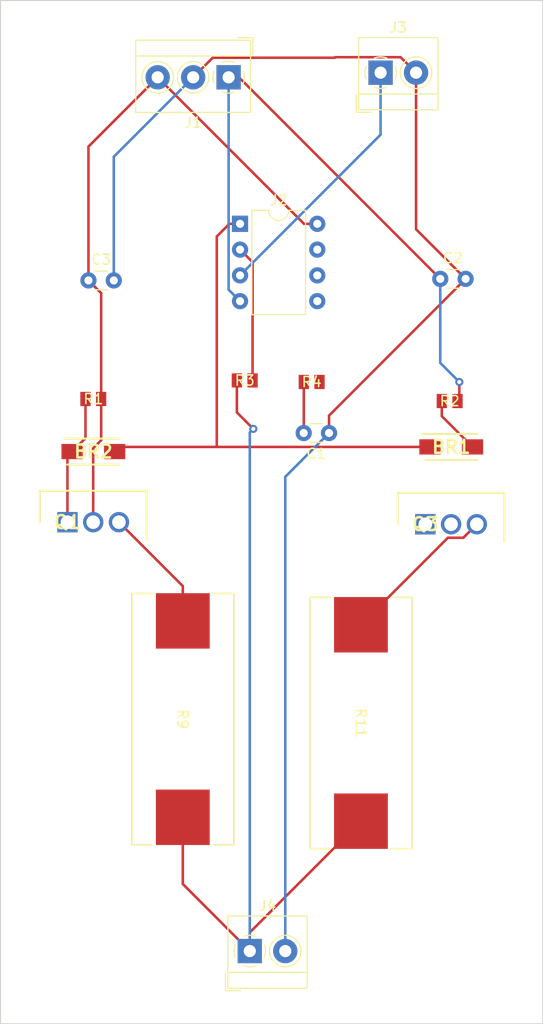
<source format=kicad_pcb>
(kicad_pcb (version 20221018) (generator pcbnew)
  (layers (0 "F.Cu" signal) (31 "B.Cu" signal) (34 "B.Paste" user) (35 "F.Paste" user) (36 "B.SilkS" user "B.Silkscreen") (37 "F.SilkS" user "F.Silkscreen") (38 "B.Mask" user) (39 "F.Mask" user) (44 "Edge.Cuts" user))
  (net 0 "")
  (net 1 "/1-Out")
  (net 2 "Net-(BR1-A)")
  (net 3 "Net-(BR2-K)")
  (net 4 "/GND")
  (net 5 "Net-(C1-Pad2)")
  (net 6 "/-12V")
  (net 7 "/+12V")
  (net 8 "Net-(J2-Pin_2)")
  (net 9 "/AudIn")
  (net 13 "Net-(J4-Pin_1)")
  (net 14 "Net-(Q1-E)")
  (net 15 "Net-(Q3-E)")
  (footprint "Package_DIP:DIP-8_W7.62mm" (layer "F.Cu") (at 151.0384 70.7744)
    (fp_text reference "J2" (at 3.81 -2.33) (layer "F.SilkS"))
    (fp_text value "5532 Socket")
    (fp_line (start 1.16 -1.33) (end 1.16 8.95) (stroke (width 0.12)) (layer "F.SilkS"))
    (fp_line (start 1.16 8.95) (end 6.46 8.95) (stroke (width 0.12)) (layer "F.SilkS"))
    (fp_line (start 2.81 -1.33) (end 1.16 -1.33) (stroke (width 0.12)) (layer "F.SilkS"))
    (fp_line (start 6.46 -1.33) (end 4.81 -1.33) (stroke (width 0.12)) (layer "F.SilkS"))
    (fp_line (start 6.46 8.95) (end 6.46 -1.33) (stroke (width 0.12)) (layer "F.SilkS"))
    (fp_arc (start 4.81 -1.33) (mid 3.81 -0.33) (end 2.81 -1.33) (stroke (width 0.12)) (layer "F.SilkS"))
    (pad "1" thru_hole rect (at 0 0) (size 1.6 1.6) (drill 0.8) (layers "*.Cu" "*.Mask") (net 1 "/1-Out"))
    (pad "2" thru_hole oval (at 0 2.54) (size 1.6 1.6) (drill 0.8) (layers "*.Cu" "*.Mask") (net 8 "Net-(J2-Pin_2)"))
    (pad "3" thru_hole oval (at 0 5.08) (size 1.6 1.6) (drill 0.8) (layers "*.Cu" "*.Mask") (net 9 "/AudIn"))
    (pad "4" thru_hole oval (at 0 7.62) (size 1.6 1.6) (drill 0.8) (layers "*.Cu" "*.Mask") (net 6 "/-12V"))
    (pad "5" thru_hole oval (at 7.62 7.62) (size 1.6 1.6) (drill 0.8) (layers "*.Cu" "*.Mask"))
    (pad "6" thru_hole oval (at 7.62 5.08) (size 1.6 1.6) (drill 0.8) (layers "*.Cu" "*.Mask"))
    (pad "7" thru_hole oval (at 7.62 2.54) (size 1.6 1.6) (drill 0.8) (layers "*.Cu" "*.Mask"))
    (pad "8" thru_hole oval (at 7.62 0) (size 1.6 1.6) (drill 0.8) (layers "*.Cu" "*.Mask") (net 7 "/+12V"))
  )
  (footprint "Project:7W Resistor" (layer "F.Cu") (at 145.3896 119.5832 -90)
    (fp_text reference "R9" (at 0 0 -90 unlocked) (layer "F.SilkS"))
    (fp_text value "3Ω")
    (fp_line (start -12.3825 -5.0292) (end -12.3825 -2.98704) (stroke (width 0.1524)) (layer "F.SilkS"))
    (fp_line (start -12.3825 2.98704) (end -12.3825 5.0292) (stroke (width 0.1524)) (layer "F.SilkS"))
    (fp_line (start -12.3825 5.0292) (end 12.3825 5.0292) (stroke (width 0.1524)) (layer "F.SilkS"))
    (fp_line (start 12.3825 -5.0292) (end -12.3825 -5.0292) (stroke (width 0.1524)) (layer "F.SilkS"))
    (fp_line (start 12.3825 -2.98704) (end 12.3825 -5.0292) (stroke (width 0.1524)) (layer "F.SilkS"))
    (fp_line (start 12.3825 5.0292) (end 12.3825 2.98704) (stroke (width 0.1524)) (layer "F.SilkS"))
    (pad "1" smd rect (at -9.6774 0) (size 5.3086 5.461) (layers "F.Cu" "F.Paste" "F.Mask") (net 14 "Net-(Q1-E)"))
    (pad "2" smd rect (at 9.6774 0) (size 5.3086 5.461) (layers "F.Cu" "F.Paste" "F.Mask") (net 13 "Net-(J4-Pin_1)"))
  )
  (footprint "Capacitor_THT:C_Disc_D3.0mm_W1.6mm_P2.50mm" (layer "F.Cu") (at 136.0824 76.3524)
    (fp_text reference "C3" (at 1.25 -2.05) (layer "F.SilkS"))
    (fp_text value "1pF")
    (fp_line (start 0.621 -0.92) (end 1.879 -0.92) (stroke (width 0.12)) (layer "F.SilkS"))
    (fp_line (start 0.621 0.92) (end 1.879 0.92) (stroke (width 0.12)) (layer "F.SilkS"))
    (pad "1" thru_hole circle (at 0 0) (size 1.6 1.6) (drill 0.8) (layers "*.Cu" "*.Mask") (net 7 "/+12V"))
    (pad "2" thru_hole circle (at 2.5 0) (size 1.6 1.6) (drill 0.8) (layers "*.Cu" "*.Mask") (net 4 "/GND"))
  )
  (footprint "Project:SMD Resistor" (layer "F.Cu") (at 136.5631 88.0364)
    (fp_text reference "R1" (at 0 0 unlocked) (layer "F.SilkS"))
    (fp_text value "560Ω")
    (pad "1" smd rect (at -0.7747 0) (size 1.016 1.397) (layers "F.Cu" "F.Paste" "F.Mask") (net 3 "Net-(BR2-K)"))
    (pad "2" smd rect (at 0.7747 0) (size 1.016 1.397) (layers "F.Cu" "F.Paste" "F.Mask") (net 7 "/+12V"))
  )
  (footprint "Project:TIP32" (layer "F.Cu") (at 169.3164 100.3808)
    (fp_text reference "Q3" (at 0 0) (layer "F.SilkS") (effects (font (size 1.27 1.27) (thickness 0.254))))
    (fp_text value "TIP32CG" hide)
    (fp_line (start -2.725 -3.095) (end -2.725 0) (stroke (width 0.2)) (layer "F.SilkS"))
    (fp_line (start 7.805 -3.095) (end -2.725 -3.095) (stroke (width 0.2)) (layer "F.SilkS"))
    (fp_line (start 7.805 1.735) (end 7.805 -3.095) (stroke (width 0.2)) (layer "F.SilkS"))
    (pad "1" thru_hole rect (at 0 0) (size 2.01 2.01) (drill 1.34) (layers "*.Cu" "*.Mask") (net 2 "Net-(BR1-A)"))
    (pad "2" thru_hole circle (at 2.54 0) (size 2.01 2.01) (drill 1.34) (layers "*.Cu" "*.Mask") (net 6 "/-12V"))
    (pad "3" thru_hole circle (at 5.08 0) (size 2.01 2.01) (drill 1.34) (layers "*.Cu" "*.Mask") (net 15 "Net-(Q3-E)"))
  )
  (footprint "Project:SMD Resistor" (layer "F.Cu") (at 171.7167 88.2396)
    (fp_text reference "R2" (at 0 0 unlocked) (layer "F.SilkS"))
    (fp_text value "560Ω")
    (pad "1" smd rect (at -0.7747 0) (size 1.016 1.397) (layers "F.Cu" "F.Paste" "F.Mask") (net 2 "Net-(BR1-A)"))
    (pad "2" smd rect (at 0.7747 0) (size 1.016 1.397) (layers "F.Cu" "F.Paste" "F.Mask") (net 6 "/-12V"))
  )
  (footprint "Capacitor_THT:C_Disc_D3.0mm_W1.6mm_P2.50mm" (layer "F.Cu") (at 170.7896 76.2)
    (fp_text reference "C2" (at 1.25 -2.05) (layer "F.SilkS"))
    (fp_text value "1pF")
    (fp_line (start 0.621 -0.92) (end 1.879 -0.92) (stroke (width 0.12)) (layer "F.SilkS"))
    (fp_line (start 0.621 0.92) (end 1.879 0.92) (stroke (width 0.12)) (layer "F.SilkS"))
    (pad "1" thru_hole circle (at 0 0) (size 1.6 1.6) (drill 0.8) (layers "*.Cu" "*.Mask") (net 6 "/-12V"))
    (pad "2" thru_hole circle (at 2.5 0) (size 1.6 1.6) (drill 0.8) (layers "*.Cu" "*.Mask") (net 4 "/GND"))
  )
  (footprint "Capacitor_THT:C_Disc_D3.0mm_W1.6mm_P2.50mm" (layer "F.Cu") (at 159.8168 91.3892 180)
    (fp_text reference "C1" (at 1.25 -2.05) (layer "F.SilkS"))
    (fp_text value "10 µF")
    (fp_line (start 0.621 -0.92) (end 1.879 -0.92) (stroke (width 0.12)) (layer "F.SilkS"))
    (fp_line (start 0.621 0.92) (end 1.879 0.92) (stroke (width 0.12)) (layer "F.SilkS"))
    (pad "1" thru_hole circle (at 0 0 180) (size 1.6 1.6) (drill 0.8) (layers "*.Cu" "*.Mask") (net 4 "/GND"))
    (pad "2" thru_hole circle (at 2.5 0 180) (size 1.6 1.6) (drill 0.8) (layers "*.Cu" "*.Mask") (net 5 "Net-(C1-Pad2)"))
  )
  (footprint "Project:7W Resistor" (layer "F.Cu") (at 162.9664 119.9642 -90)
    (fp_text reference "R11" (at 0 0 -90 unlocked) (layer "F.SilkS"))
    (fp_text value "3Ω")
    (fp_line (start -12.3825 -5.0292) (end -12.3825 -2.98704) (stroke (width 0.1524)) (layer "F.SilkS"))
    (fp_line (start -12.3825 2.98704) (end -12.3825 5.0292) (stroke (width 0.1524)) (layer "F.SilkS"))
    (fp_line (start -12.3825 5.0292) (end 12.3825 5.0292) (stroke (width 0.1524)) (layer "F.SilkS"))
    (fp_line (start 12.3825 -5.0292) (end -12.3825 -5.0292) (stroke (width 0.1524)) (layer "F.SilkS"))
    (fp_line (start 12.3825 -2.98704) (end 12.3825 -5.0292) (stroke (width 0.1524)) (layer "F.SilkS"))
    (fp_line (start 12.3825 5.0292) (end 12.3825 2.98704) (stroke (width 0.1524)) (layer "F.SilkS"))
    (pad "1" smd rect (at -9.6774 0) (size 5.3086 5.461) (layers "F.Cu" "F.Paste" "F.Mask") (net 15 "Net-(Q3-E)"))
    (pad "2" smd rect (at 9.6774 0) (size 5.3086 5.461) (layers "F.Cu" "F.Paste" "F.Mask") (net 13 "Net-(J4-Pin_1)"))
  )
  (footprint "Project:TIP31" (layer "F.Cu") (at 134.0104 100.1776)
    (fp_text reference "Q1" (at 0 0) (layer "F.SilkS") (effects (font (size 1.27 1.27) (thickness 0.254))))
    (fp_text value "TIP31" hide)
    (fp_line (start -2.725 -3.095) (end -2.725 0) (stroke (width 0.2)) (layer "F.SilkS"))
    (fp_line (start 7.805 -3.095) (end -2.725 -3.095) (stroke (width 0.2)) (layer "F.SilkS"))
    (fp_line (start 7.805 1.735) (end 7.805 -3.095) (stroke (width 0.2)) (layer "F.SilkS"))
    (pad "1" thru_hole rect (at 0 0) (size 2.01 2.01) (drill 1.34) (layers "*.Cu" "*.Mask") (net 3 "Net-(BR2-K)"))
    (pad "2" thru_hole circle (at 2.54 0) (size 2.01 2.01) (drill 1.34) (layers "*.Cu" "*.Mask") (net 7 "/+12V"))
    (pad "3" thru_hole circle (at 5.08 0) (size 2.01 2.01) (drill 1.34) (layers "*.Cu" "*.Mask") (net 14 "Net-(Q1-E)"))
  )
  (footprint "TerminalBlock_4Ucon:TerminalBlock_4Ucon_1x02_P3.50mm_Horizontal" (layer "F.Cu") (at 164.902 55.88)
    (fp_text reference "J3" (at 1.75 -4.46) (layer "F.SilkS"))
    (fp_text value "Screw_Terminal_01x02")
    (fp_line (start -2.4 2.16) (end -2.4 3.9) (stroke (width 0.12)) (layer "F.SilkS"))
    (fp_line (start -2.4 3.9) (end -0.9 3.9) (stroke (width 0.12)) (layer "F.SilkS"))
    (fp_line (start -2.16 -3.46) (end -2.16 3.66) (stroke (width 0.12)) (layer "F.SilkS"))
    (fp_line (start -2.16 -3.46) (end 5.66 -3.46) (stroke (width 0.12)) (layer "F.SilkS"))
    (fp_line (start -2.16 2.1) (end 5.66 2.1) (stroke (width 0.12)) (layer "F.SilkS"))
    (fp_line (start -2.16 3.66) (end 5.66 3.66) (stroke (width 0.12)) (layer "F.SilkS"))
    (fp_line (start 5.66 -3.46) (end 5.66 3.66) (stroke (width 0.12)) (layer "F.SilkS"))
    (fp_arc (start -1.432109 0.607742) (mid -1.555727 -0.00014) (end -1.432 -0.608) (stroke (width 0.12)) (layer "F.SilkS"))
    (fp_arc (start -0.607742 -1.432109) (mid 0.00014 -1.555727) (end 0.608 -1.432) (stroke (width 0.12)) (layer "F.SilkS"))
    (fp_arc (start 0.027011 1.555493) (mid -0.296984 1.527118) (end -0.608 1.432) (stroke (width 0.12)) (layer "F.SilkS"))
    (fp_arc (start 0.607587 1.431385) (mid 0.310017 1.523783) (end 0 1.555) (stroke (width 0.12)) (layer "F.SilkS"))
    (fp_arc (start 1.432109 -0.607742) (mid 1.555727 0.00014) (end 1.432 0.608) (stroke (width 0.12)) (layer "F.SilkS"))
    (fp_circle (center 3.5 0) (end 5.055 0) (stroke (width 0.12)) (fill none) (layer "F.SilkS"))
    (pad "1" thru_hole rect (at 0 0) (size 2.4 2.4) (drill 1.2) (layers "*.Cu" "*.Mask") (net 9 "/AudIn"))
    (pad "2" thru_hole circle (at 3.5 0) (size 2.4 2.4) (drill 1.2) (layers "*.Cu" "*.Mask") (net 4 "/GND"))
  )
  (footprint "Project:ES1A" (layer "F.Cu") (at 171.8736 92.7608)
    (fp_text reference "BR1" (at 0 0) (layer "F.SilkS") (effects (font (size 1.27 1.27) (thickness 0.254))))
    (fp_text value "ES1A" hide)
    (fp_line (start -2.57 1.28) (end 2.57 1.28) (stroke (width 0.2)) (layer "F.SilkS"))
    (fp_line (start 2.57 -1.28) (end -2.85 -1.28) (stroke (width 0.2)) (layer "F.SilkS"))
    (pad "1" smd rect (at -2.1 0 90) (size 1.5 2.1) (layers "F.Cu" "F.Paste" "F.Mask") (net 1 "/1-Out"))
    (pad "2" smd rect (at 2.1 0 90) (size 1.5 2.1) (layers "F.Cu" "F.Paste" "F.Mask") (net 2 "Net-(BR1-A)"))
  )
  (footprint "Project:ES1A" (layer "F.Cu") (at 136.5676 93.218)
    (fp_text reference "BR2" (at 0 0) (layer "F.SilkS") (effects (font (size 1.27 1.27) (thickness 0.254))))
    (fp_text value "ES1A" hide)
    (fp_line (start -2.57 1.28) (end 2.57 1.28) (stroke (width 0.2)) (layer "F.SilkS"))
    (fp_line (start 2.57 -1.28) (end -2.85 -1.28) (stroke (width 0.2)) (layer "F.SilkS"))
    (pad "1" smd rect (at -2.1 0 90) (size 1.5 2.1) (layers "F.Cu" "F.Paste" "F.Mask") (net 3 "Net-(BR2-K)"))
    (pad "2" smd rect (at 2.1 0 90) (size 1.5 2.1) (layers "F.Cu" "F.Paste" "F.Mask") (net 1 "/1-Out"))
  )
  (footprint "TerminalBlock_4Ucon:TerminalBlock_4Ucon_1x03_P3.50mm_Horizontal" (layer "F.Cu") (at 149.9108 56.3372 180)
    (fp_text reference "J1" (at 3.5 -4.46) (layer "F.SilkS"))
    (fp_text value "Screw_Terminal_01x03")
    (fp_line (start -2.4 2.16) (end -2.4 3.9) (stroke (width 0.12)) (layer "F.SilkS"))
    (fp_line (start -2.4 3.9) (end -0.9 3.9) (stroke (width 0.12)) (layer "F.SilkS"))
    (fp_line (start -2.16 -3.46) (end -2.16 3.66) (stroke (width 0.12)) (layer "F.SilkS"))
    (fp_line (start -2.16 -3.46) (end 9.16 -3.46) (stroke (width 0.12)) (layer "F.SilkS"))
    (fp_line (start -2.16 2.1) (end 9.16 2.1) (stroke (width 0.12)) (layer "F.SilkS"))
    (fp_line (start -2.16 3.66) (end 9.16 3.66) (stroke (width 0.12)) (layer "F.SilkS"))
    (fp_line (start 9.16 -3.46) (end 9.16 3.66) (stroke (width 0.12)) (layer "F.SilkS"))
    (fp_arc (start -1.432109 0.607742) (mid -1.555727 -0.00014) (end -1.432 -0.608) (stroke (width 0.12)) (layer "F.SilkS"))
    (fp_arc (start -0.607742 -1.432109) (mid 0.00014 -1.555727) (end 0.608 -1.432) (stroke (width 0.12)) (layer "F.SilkS"))
    (fp_arc (start 0.027011 1.555493) (mid -0.296984 1.527118) (end -0.608 1.432) (stroke (width 0.12)) (layer "F.SilkS"))
    (fp_arc (start 0.607587 1.431385) (mid 0.310017 1.523783) (end 0 1.555) (stroke (width 0.12)) (layer "F.SilkS"))
    (fp_arc (start 1.432109 -0.607742) (mid 1.555727 0.00014) (end 1.432 0.608) (stroke (width 0.12)) (layer "F.SilkS"))
    (fp_circle (center 3.5 0) (end 5.055 0) (stroke (width 0.12)) (fill none) (layer "F.SilkS"))
    (fp_circle (center 7 0) (end 8.555 0) (stroke (width 0.12)) (fill none) (layer "F.SilkS"))
    (pad "1" thru_hole rect (at 0 0 180) (size 2.4 2.4) (drill 1.2) (layers "*.Cu" "*.Mask") (net 6 "/-12V"))
    (pad "2" thru_hole circle (at 3.5 0 180) (size 2.4 2.4) (drill 1.2) (layers "*.Cu" "*.Mask") (net 4 "/GND"))
    (pad "3" thru_hole circle (at 7 0 180) (size 2.4 2.4) (drill 1.2) (layers "*.Cu" "*.Mask") (net 7 "/+12V"))
  )
  (footprint "TerminalBlock_4Ucon:TerminalBlock_4Ucon_1x02_P3.50mm_Horizontal" (layer "F.Cu") (at 151.9988 142.4432)
    (fp_text reference "J4" (at 1.75 -4.46) (layer "F.SilkS"))
    (fp_text value "Ch1 Out")
    (fp_line (start -2.4 2.16) (end -2.4 3.9) (stroke (width 0.12)) (layer "F.SilkS"))
    (fp_line (start -2.4 3.9) (end -0.9 3.9) (stroke (width 0.12)) (layer "F.SilkS"))
    (fp_line (start -2.16 -3.46) (end -2.16 3.66) (stroke (width 0.12)) (layer "F.SilkS"))
    (fp_line (start -2.16 -3.46) (end 5.66 -3.46) (stroke (width 0.12)) (layer "F.SilkS"))
    (fp_line (start -2.16 2.1) (end 5.66 2.1) (stroke (width 0.12)) (layer "F.SilkS"))
    (fp_line (start -2.16 3.66) (end 5.66 3.66) (stroke (width 0.12)) (layer "F.SilkS"))
    (fp_line (start 5.66 -3.46) (end 5.66 3.66) (stroke (width 0.12)) (layer "F.SilkS"))
    (fp_arc (start -1.432109 0.607742) (mid -1.555727 -0.00014) (end -1.432 -0.608) (stroke (width 0.12)) (layer "F.SilkS"))
    (fp_arc (start -0.607742 -1.432109) (mid 0.00014 -1.555727) (end 0.608 -1.432) (stroke (width 0.12)) (layer "F.SilkS"))
    (fp_arc (start 0.027011 1.555493) (mid -0.296984 1.527118) (end -0.608 1.432) (stroke (width 0.12)) (layer "F.SilkS"))
    (fp_arc (start 0.607587 1.431385) (mid 0.310017 1.523783) (end 0 1.555) (stroke (width 0.12)) (layer "F.SilkS"))
    (fp_arc (start 1.432109 -0.607742) (mid 1.555727 0.00014) (end 1.432 0.608) (stroke (width 0.12)) (layer "F.SilkS"))
    (fp_circle (center 3.5 0) (end 5.055 0) (stroke (width 0.12)) (fill none) (layer "F.SilkS"))
    (pad "1" thru_hole rect (at 0 0) (size 2.4 2.4) (drill 1.2) (layers "*.Cu" "*.Mask") (net 13 "Net-(J4-Pin_1)"))
    (pad "2" thru_hole circle (at 3.5 0) (size 2.4 2.4) (drill 1.2) (layers "*.Cu" "*.Mask") (net 4 "/GND"))
  )
  (footprint "Project:SMD Resistor" (layer "F.Cu") (at 151.4983 86.2076)
    (fp_text reference "R3" (at 0 0 unlocked) (layer "F.SilkS"))
    (fp_text value "24K")
    (pad "1" smd rect (at -0.7747 0) (size 1.016 1.397) (layers "F.Cu" "F.Paste" "F.Mask") (net 13 "Net-(J4-Pin_1)"))
    (pad "2" smd rect (at 0.7747 0) (size 1.016 1.397) (layers "F.Cu" "F.Paste" "F.Mask") (net 8 "Net-(J2-Pin_2)"))
  )
  (footprint "Project:SMD Resistor" (layer "F.Cu") (at 158.1023 86.36)
    (fp_text reference "R4" (at 0 0 unlocked) (layer "F.SilkS"))
    (fp_text value "1kΩ")
    (pad "1" smd rect (at -0.7747 0) (size 1.016 1.397) (layers "F.Cu" "F.Paste" "F.Mask") (net 5 "Net-(C1-Pad2)"))
    (pad "2" smd rect (at 0.7747 0) (size 1.016 1.397) (layers "F.Cu" "F.Paste" "F.Mask") (net 8 "Net-(J2-Pin_2)"))
  )
  (gr_line (start 180.8988 149.606) (end 127.4064 149.606) (stroke (width 0.1)) (layer "Edge.Cuts"))
  (gr_line (start 180.8988 48.768) (end 180.8988 149.606) (stroke (width 0.1)) (layer "Edge.Cuts"))
  (gr_line (start 127.4064 48.768) (end 180.8988 48.768) (stroke (width 0.1)) (layer "Edge.Cuts"))
  (gr_line (start 127.4064 48.768) (end 127.4064 149.606) (stroke (width 0.1)) (layer "Edge.Cuts"))
  (segment (start 148.7424 72.0204) (end 148.7424 92.7608) (width 0.25) (layer "F.Cu") (net 1))
  (segment (start 149.9884 70.7744) (end 148.7424 72.0204) (width 0.25) (layer "F.Cu") (net 1))
  (segment (start 169.7736 92.7608) (end 148.7424 92.7608) (width 0.25) (layer "F.Cu") (net 1))
  (segment (start 151.0384 70.7744) (end 149.9884 70.7744) (width 0.25) (layer "F.Cu") (net 1))
  (segment (start 148.7424 92.7608) (end 139.1248 92.7608) (width 0.25) (layer "F.Cu") (net 1))
  (segment (start 139.1248 92.7608) (end 138.6676 93.218) (width 0.25) (layer "F.Cu") (net 1))
  (segment (start 170.942 88.2396) (end 170.942 89.7292) (width 0.25) (layer "F.Cu") (net 2))
  (segment (start 170.942 89.7292) (end 173.9736 92.7608) (width 0.25) (layer "F.Cu") (net 2))
  (segment (start 134.0104 100.1776) (end 134.0104 93.6752) (width 0.25) (layer "F.Cu") (net 3))
  (segment (start 135.7884 91.8972) (end 134.4676 93.218) (width 0.25) (layer "F.Cu") (net 3))
  (segment (start 135.7884 88.0364) (end 135.7884 91.8972) (width 0.25) (layer "F.Cu") (net 3))
  (segment (start 134.0104 93.6752) (end 134.4676 93.218) (width 0.25) (layer "F.Cu") (net 3))
  (segment (start 148.3412 54.4068) (end 160.3788 54.4068) (width 0.25) (layer "F.Cu") (net 4))
  (segment (start 159.8168 89.6728) (end 173.2896 76.2) (width 0.25) (layer "F.Cu") (net 4))
  (segment (start 146.4108 56.3372) (end 148.3412 54.4068) (width 0.25) (layer "F.Cu") (net 4))
  (segment (start 159.8168 91.3892) (end 159.8168 89.6728) (width 0.25) (layer "F.Cu") (net 4))
  (segment (start 168.402 55.88) (end 168.402 71.3124) (width 0.25) (layer "F.Cu") (net 4))
  (segment (start 166.877 54.355) (end 168.402 55.88) (width 0.25) (layer "F.Cu") (net 4))
  (segment (start 160.3788 54.4068) (end 160.4306 54.355) (width 0.25) (layer "F.Cu") (net 4))
  (segment (start 160.4306 54.355) (end 166.877 54.355) (width 0.25) (layer "F.Cu") (net 4))
  (segment (start 168.402 71.3124) (end 173.2896 76.2) (width 0.25) (layer "F.Cu") (net 4))
  (segment (start 138.5824 64.1656) (end 146.4108 56.3372) (width 0.25) (layer "B.Cu") (net 4))
  (segment (start 138.5824 76.3524) (end 138.5824 64.1656) (width 0.25) (layer "B.Cu") (net 4))
  (segment (start 155.4988 95.7072) (end 159.8168 91.3892) (width 0.25) (layer "B.Cu") (net 4))
  (segment (start 155.4988 142.4432) (end 155.4988 95.7072) (width 0.25) (layer "B.Cu") (net 4))
  (segment (start 157.3276 91.3784) (end 157.3168 91.3892) (width 0.25) (layer "F.Cu") (net 5))
  (segment (start 157.3276 86.36) (end 157.3276 91.3784) (width 0.25) (layer "F.Cu") (net 5))
  (segment (start 149.9108 56.3372) (end 150.9268 56.3372) (width 0.25) (layer "F.Cu") (net 6))
  (segment (start 172.6692 86.36) (end 172.6692 88.0618) (width 0.25) (layer "F.Cu") (net 6))
  (segment (start 150.9268 56.3372) (end 170.7896 76.2) (width 0.25) (layer "F.Cu") (net 6))
  (segment (start 172.6692 88.0618) (end 172.4914 88.2396) (width 0.25) (layer "F.Cu") (net 6))
  (via (at 172.6692 86.36) (size 0.8) (drill 0.4) (layers "F.Cu" "B.Cu") (net 6))
  (segment (start 149.9108 56.3372) (end 149.9108 77.2668) (width 0.25) (layer "B.Cu") (net 6))
  (segment (start 149.9108 77.2668) (end 151.0384 78.3944) (width 0.25) (layer "B.Cu") (net 6))
  (segment (start 170.7896 84.4804) (end 172.6692 86.36) (width 0.25) (layer "B.Cu") (net 6))
  (segment (start 170.7896 76.2) (end 170.7896 84.4804) (width 0.25) (layer "B.Cu") (net 6))
  (segment (start 136.5504 92.8852) (end 137.3378 92.0978) (width 0.25) (layer "F.Cu") (net 7))
  (segment (start 136.0824 76.3524) (end 137.3378 77.6078) (width 0.25) (layer "F.Cu") (net 7))
  (segment (start 136.5504 100.1776) (end 136.5504 92.8852) (width 0.25) (layer "F.Cu") (net 7))
  (segment (start 136.0824 76.3524) (end 136.0824 63.1656) (width 0.25) (layer "F.Cu") (net 7))
  (segment (start 136.0824 63.1656) (end 142.9108 56.3372) (width 0.25) (layer "F.Cu") (net 7))
  (segment (start 137.3378 77.6078) (end 137.3378 88.0364) (width 0.25) (layer "F.Cu") (net 7))
  (segment (start 157.348 70.7744) (end 158.6584 70.7744) (width 0.25) (layer "F.Cu") (net 7))
  (segment (start 142.9108 56.3372) (end 157.348 70.7744) (width 0.25) (layer "F.Cu") (net 7))
  (segment (start 137.3378 92.0978) (end 137.3378 88.0364) (width 0.25) (layer "F.Cu") (net 7))
  (segment (start 151.0384 73.3144) (end 152.273 74.549) (width 0.25) (layer "F.Cu") (net 8))
  (segment (start 152.273 74.549) (end 152.273 86.2076) (width 0.25) (layer "F.Cu") (net 8))
  (segment (start 164.902 61.9908) (end 151.0384 75.8544) (width 0.25) (layer "B.Cu") (net 9))
  (segment (start 164.902 55.88) (end 164.902 61.9908) (width 0.25) (layer "B.Cu") (net 9))
  (segment (start 145.3896 129.2606) (end 145.3896 135.834) (width 0.25) (layer "F.Cu") (net 13))
  (segment (start 150.7236 86.2076) (end 150.7236 89.3572) (width 0.25) (layer "F.Cu") (net 13))
  (segment (start 162.9664 129.6416) (end 151.9988 140.6092) (width 0.25) (layer "F.Cu") (net 13))
  (segment (start 150.7236 89.3572) (end 152.3492 90.9828) (width 0.25) (layer "F.Cu") (net 13))
  (segment (start 151.9988 140.6092) (end 151.9988 142.4432) (width 0.25) (layer "F.Cu") (net 13))
  (segment (start 145.3896 135.834) (end 151.9988 142.4432) (width 0.25) (layer "F.Cu") (net 13))
  (via (at 152.3492 90.9828) (size 0.8) (drill 0.4) (layers "F.Cu" "B.Cu") (net 13))
  (segment (start 152.3492 90.9828) (end 151.9988 91.3332) (width 0.25) (layer "B.Cu") (net 13))
  (segment (start 151.9988 91.3332) (end 151.9988 142.4432) (width 0.25) (layer "B.Cu") (net 13))
  (segment (start 145.3896 106.4768) (end 145.3896 109.9058) (width 0.25) (layer "F.Cu") (net 14))
  (segment (start 139.0904 100.1776) (end 145.3896 106.4768) (width 0.25) (layer "F.Cu") (net 14))
  (segment (start 173.0664 101.7108) (end 171.5424 101.7108) (width 0.25) (layer "F.Cu") (net 15))
  (segment (start 171.5424 101.7108) (end 162.9664 110.2868) (width 0.25) (layer "F.Cu") (net 15))
  (segment (start 174.3964 100.3808) (end 173.0664 101.7108) (width 0.25) (layer "F.Cu") (net 15))
)
</source>
